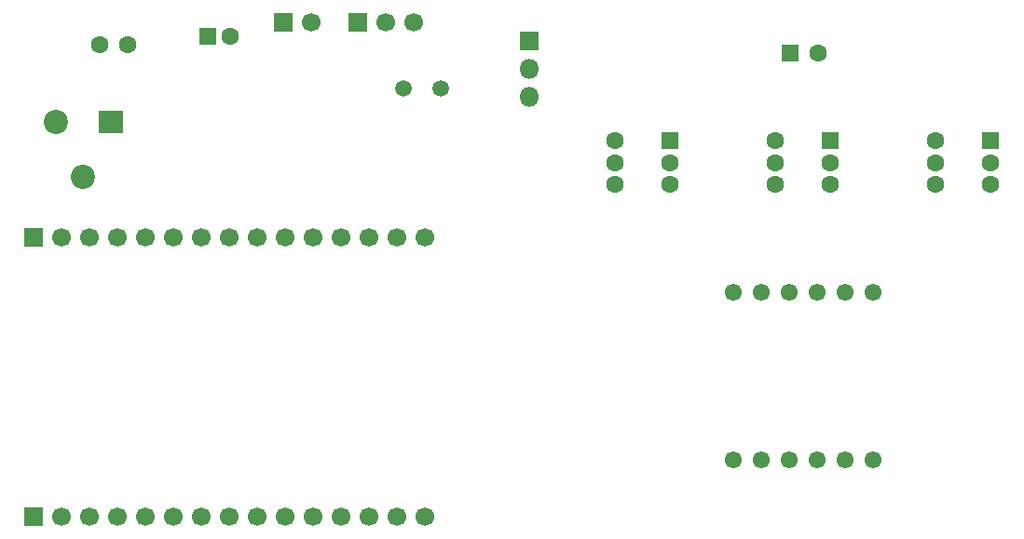
<source format=gbs>
G04 #@! TF.GenerationSoftware,KiCad,Pcbnew,9.0.1*
G04 #@! TF.CreationDate,2025-05-01T12:24:31+02:00*
G04 #@! TF.ProjectId,despertador,64657370-6572-4746-9164-6f722e6b6963,rev?*
G04 #@! TF.SameCoordinates,Original*
G04 #@! TF.FileFunction,Soldermask,Bot*
G04 #@! TF.FilePolarity,Negative*
%FSLAX46Y46*%
G04 Gerber Fmt 4.6, Leading zero omitted, Abs format (unit mm)*
G04 Created by KiCad (PCBNEW 9.0.1) date 2025-05-01 12:24:31*
%MOMM*%
%LPD*%
G01*
G04 APERTURE LIST*
%ADD10R,1.600000X1.600000*%
%ADD11C,1.600000*%
%ADD12C,1.520000*%
%ADD13R,1.700000X1.700000*%
%ADD14C,1.700000*%
%ADD15C,1.550000*%
%ADD16R,2.200000X2.100000*%
%ADD17C,2.200000*%
%ADD18R,1.800000X1.800000*%
%ADD19O,1.800000X1.800000*%
G04 APERTURE END LIST*
D10*
X169700000Y-103000000D03*
D11*
X169700000Y-105000000D03*
X169700000Y-107000000D03*
X164700000Y-103000000D03*
X164700000Y-105000000D03*
X164700000Y-107000000D03*
D10*
X155150000Y-103000000D03*
D11*
X155150000Y-105000000D03*
X155150000Y-107000000D03*
X150150000Y-103000000D03*
X150150000Y-105000000D03*
X150150000Y-107000000D03*
D10*
X140600000Y-103000000D03*
D11*
X140600000Y-105000000D03*
X140600000Y-107000000D03*
X135600000Y-103000000D03*
X135600000Y-105000000D03*
X135600000Y-107000000D03*
D12*
X116350000Y-98250000D03*
X119750000Y-98250000D03*
D13*
X82750000Y-111800000D03*
D14*
X85290000Y-111800000D03*
X87830000Y-111800000D03*
X90370000Y-111800000D03*
X92910000Y-111800000D03*
X95450000Y-111800000D03*
X97990000Y-111800000D03*
X100530000Y-111800000D03*
X103070000Y-111800000D03*
X105610000Y-111800000D03*
X108150000Y-111800000D03*
X110690000Y-111800000D03*
X113230000Y-111800000D03*
X115770000Y-111800000D03*
X118310000Y-111800000D03*
D15*
X146300000Y-131990000D03*
X148840000Y-131990000D03*
X151380000Y-131990000D03*
X153920000Y-131990000D03*
X156460000Y-131990000D03*
X159000000Y-131990000D03*
X159000000Y-116750000D03*
X156460000Y-116750000D03*
X153920000Y-116750000D03*
X151380000Y-116750000D03*
X148840000Y-116750000D03*
X146300000Y-116750000D03*
D13*
X105425000Y-92200000D03*
D14*
X107965000Y-92200000D03*
D10*
X98600000Y-93500000D03*
D11*
X100600000Y-93500000D03*
D16*
X89750000Y-101250000D03*
D17*
X87250000Y-106250000D03*
X84750000Y-101250000D03*
D11*
X91300000Y-94300000D03*
X88760000Y-94300000D03*
X154030000Y-95010000D03*
D10*
X151490000Y-95010000D03*
D13*
X82750000Y-137200000D03*
D14*
X85290000Y-137200000D03*
X87830000Y-137200000D03*
X90370000Y-137200000D03*
X92910000Y-137200000D03*
X95450000Y-137200000D03*
X97990000Y-137200000D03*
X100530000Y-137200000D03*
X103070000Y-137200000D03*
X105610000Y-137200000D03*
X108150000Y-137200000D03*
X110690000Y-137200000D03*
X113230000Y-137200000D03*
X115770000Y-137200000D03*
X118310000Y-137200000D03*
D13*
X112200000Y-92200000D03*
D14*
X114740000Y-92200000D03*
X117280000Y-92200000D03*
D18*
X127757724Y-93960000D03*
D19*
X127757724Y-96500000D03*
X127757724Y-99040000D03*
M02*

</source>
